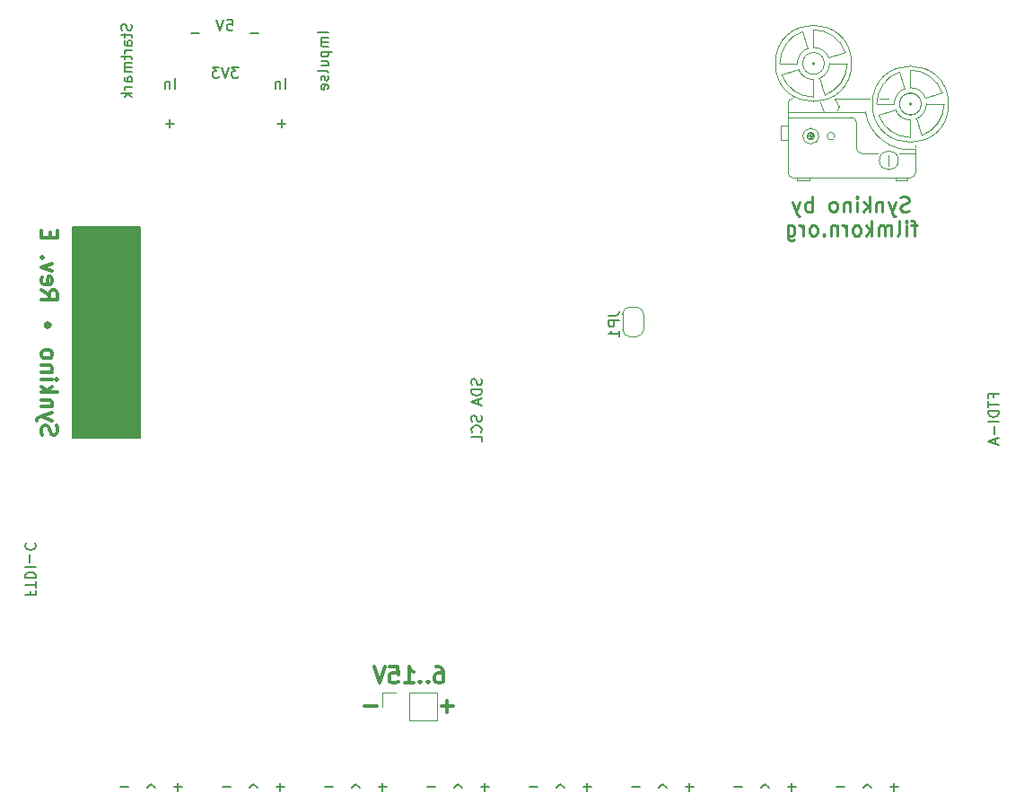
<source format=gbo>
G04 #@! TF.GenerationSoftware,KiCad,Pcbnew,7.0.9-43-g6331a0ab7a*
G04 #@! TF.CreationDate,2023-11-28T23:48:02+01:00*
G04 #@! TF.ProjectId,Synkino,53796e6b-696e-46f2-9e6b-696361645f70,rev?*
G04 #@! TF.SameCoordinates,Original*
G04 #@! TF.FileFunction,Legend,Bot*
G04 #@! TF.FilePolarity,Positive*
%FSLAX46Y46*%
G04 Gerber Fmt 4.6, Leading zero omitted, Abs format (unit mm)*
G04 Created by KiCad (PCBNEW 7.0.9-43-g6331a0ab7a) date 2023-11-28 23:48:02*
%MOMM*%
%LPD*%
G01*
G04 APERTURE LIST*
G04 Aperture macros list*
%AMFreePoly0*
4,1,19,0.500000,-0.750000,0.000000,-0.750000,0.000000,-0.744911,-0.071157,-0.744911,-0.207708,-0.704816,-0.327430,-0.627875,-0.420627,-0.520320,-0.479746,-0.390866,-0.500000,-0.250000,-0.500000,0.250000,-0.479746,0.390866,-0.420627,0.520320,-0.327430,0.627875,-0.207708,0.704816,-0.071157,0.744911,0.000000,0.744911,0.000000,0.750000,0.500000,0.750000,0.500000,-0.750000,0.500000,-0.750000,
$1*%
%AMFreePoly1*
4,1,19,0.000000,0.744911,0.071157,0.744911,0.207708,0.704816,0.327430,0.627875,0.420627,0.520320,0.479746,0.390866,0.500000,0.250000,0.500000,-0.250000,0.479746,-0.390866,0.420627,-0.520320,0.327430,-0.627875,0.207708,-0.704816,0.071157,-0.744911,0.000000,-0.744911,0.000000,-0.750000,-0.500000,-0.750000,-0.500000,0.750000,0.000000,0.750000,0.000000,0.744911,0.000000,0.744911,
$1*%
G04 Aperture macros list end*
%ADD10C,0.120000*%
%ADD11C,0.150000*%
%ADD12C,0.300000*%
%ADD13C,0.200000*%
%ADD14C,0.250000*%
%ADD15O,3.000000X2.000000*%
%ADD16O,1.700000X3.000000*%
%ADD17C,1.800000*%
%ADD18C,2.000000*%
%ADD19R,2.700000X3.700000*%
%ADD20C,1.524000*%
%ADD21R,1.700000X1.700000*%
%ADD22O,1.700000X1.700000*%
%ADD23R,1.500000X1.500000*%
%ADD24C,1.500000*%
%ADD25O,1.500000X2.500000*%
%ADD26O,2.500000X1.700000*%
%ADD27C,2.200000*%
%ADD28C,3.200000*%
%ADD29FreePoly0,90.000000*%
%ADD30FreePoly1,90.000000*%
G04 APERTURE END LIST*
D10*
X147888682Y-48319434D02*
X149453581Y-47791084D01*
X151951434Y-50231318D02*
G75*
G03*
X154051000Y-47244000I-1075434J2987318D01*
G01*
X142807434Y-46421318D02*
G75*
G03*
X144907000Y-43434000I-1075434J2987318D01*
G01*
X151003000Y-47244000D02*
G75*
G03*
X151003000Y-47244000I-127000J0D01*
G01*
X141351000Y-54483000D02*
X140208000Y-54483000D01*
X138744682Y-44509434D02*
G75*
G03*
X141732000Y-46609000I2987318J1075434D01*
G01*
X146624604Y-48000071D02*
G75*
G03*
X151384000Y-51561999I4251396J719971D01*
G01*
X149800566Y-44256682D02*
G75*
G03*
X147701000Y-47244000I1075434J-2987318D01*
G01*
X145324102Y-43434000D02*
G75*
G03*
X145324102Y-43434000I-3592102J0D01*
G01*
X151423084Y-48666419D02*
G75*
G03*
X152400000Y-47244000I-547084J1422419D01*
G01*
X142279084Y-44856419D02*
G75*
G03*
X143256000Y-43434000I-547084J1422419D01*
G01*
X152298419Y-46696916D02*
X153863318Y-46168566D01*
X149742026Y-52578000D02*
G75*
G03*
X149742026Y-52578000I-898026J0D01*
G01*
X141732000Y-41910000D02*
X141732000Y-40259000D01*
X141732000Y-46609000D02*
X141732000Y-44958000D01*
X143154419Y-42886916D02*
G75*
G03*
X141732000Y-41910000I-1422419J-547084D01*
G01*
X141478000Y-50292000D02*
X141478000Y-50292000D01*
X150622000Y-54483000D02*
X149479000Y-54483000D01*
X150908795Y-54228149D02*
G75*
G03*
X151370732Y-53714782I-53495J512649D01*
G01*
X147888682Y-48319434D02*
G75*
G03*
X150876000Y-50419000I2987318J1075434D01*
G01*
X144036410Y-47890046D02*
G75*
G03*
X144145000Y-47498000I-653410J392046D01*
G01*
X141184916Y-42011581D02*
X140656566Y-40446682D01*
X142748000Y-48006000D02*
X142367000Y-47117000D01*
X151951434Y-50231318D02*
X151423084Y-48666419D01*
X141837210Y-50292000D02*
G75*
G03*
X141837210Y-50292000I-359210J0D01*
G01*
X139319000Y-50673000D02*
X138684000Y-50673000D01*
X143256000Y-43434000D02*
X144907000Y-43434000D01*
X140208000Y-54483000D02*
X140208000Y-54229000D01*
X150876000Y-45720000D02*
X150876000Y-44069000D01*
X151384000Y-51562000D02*
X151384000Y-53721000D01*
X148844000Y-53086000D02*
X148844000Y-52070000D01*
X142218531Y-50292000D02*
G75*
G03*
X142218531Y-50292000I-740531J0D01*
G01*
X141859000Y-43434000D02*
G75*
G03*
X141859000Y-43434000I-127000J0D01*
G01*
X151899907Y-47280102D02*
G75*
G03*
X151899907Y-47280102I-1023907J0D01*
G01*
X153863318Y-46168566D02*
G75*
G03*
X150876000Y-44069000I-2987318J-1075434D01*
G01*
X138811000Y-49276000D02*
X139319000Y-49276000D01*
X145796000Y-49022000D02*
G75*
G03*
X145288000Y-48514000I-508000J0D01*
G01*
X140656566Y-40446682D02*
G75*
G03*
X138557000Y-43434000I1075434J-2987318D01*
G01*
X143742210Y-50292000D02*
G75*
G03*
X143742210Y-50292000I-359210J0D01*
G01*
X139319000Y-53721000D02*
G75*
G03*
X139827000Y-54229000I508000J0D01*
G01*
X144719318Y-42358566D02*
G75*
G03*
X141732000Y-40259000I-2987318J-1075434D01*
G01*
X143154419Y-42886916D02*
X144719318Y-42358566D01*
X152400000Y-47244000D02*
X154051000Y-47244000D01*
D11*
X71882000Y-58864500D02*
X78232000Y-58864500D01*
X78232000Y-78740000D01*
X71882000Y-78740000D01*
X71882000Y-58864500D01*
G36*
X71882000Y-58864500D02*
G01*
X78232000Y-58864500D01*
X78232000Y-78740000D01*
X71882000Y-78740000D01*
X71882000Y-58864500D01*
G37*
D10*
X151899907Y-47244000D02*
G75*
G03*
X151899907Y-47244000I-1023907J0D01*
G01*
X150876000Y-50419000D02*
X150876000Y-48768000D01*
X149453581Y-47791084D02*
G75*
G03*
X150876000Y-48768000I1422419J547084D01*
G01*
X147701000Y-47244000D02*
X149352000Y-47244000D01*
X151384000Y-51943000D02*
X149860000Y-51943000D01*
X145288000Y-48514000D02*
X139319000Y-48514000D01*
X141184916Y-42011581D02*
G75*
G03*
X140208000Y-43434000I547084J-1422419D01*
G01*
X138684000Y-50673000D02*
X138684000Y-49276000D01*
X138744682Y-44509434D02*
X140309581Y-43981084D01*
X138557000Y-43434000D02*
X140208000Y-43434000D01*
X138684000Y-49276000D02*
X139319000Y-49276000D01*
X142755907Y-43434000D02*
G75*
G03*
X142755907Y-43434000I-1023907J0D01*
G01*
X145796000Y-51435000D02*
G75*
G03*
X146304000Y-51943000I508000J0D01*
G01*
X141605000Y-50292000D02*
G75*
G03*
X141605000Y-50292000I-127000J0D01*
G01*
X144145000Y-47498000D02*
X143764000Y-46736000D01*
X140309581Y-43981084D02*
G75*
G03*
X141732000Y-44958000I1422419J547084D01*
G01*
X150622000Y-54229000D02*
X150622000Y-54483000D01*
X150876000Y-54229000D02*
X139827000Y-54229000D01*
X151384000Y-51181000D02*
X151384000Y-51308000D01*
X141351000Y-54229000D02*
X141351000Y-54483000D01*
X142807434Y-46421318D02*
X142279084Y-44856419D01*
X150328916Y-45821581D02*
X149800566Y-44256682D01*
X149479000Y-54483000D02*
X149479000Y-54229000D01*
X141761981Y-50292000D02*
G75*
G03*
X141761981Y-50292000I-283981J0D01*
G01*
X139827000Y-46736000D02*
G75*
G03*
X139319000Y-47244000I0J-508000D01*
G01*
X154468102Y-47280102D02*
G75*
G03*
X154468102Y-47280102I-3592102J0D01*
G01*
X141657605Y-50292000D02*
G75*
G03*
X141657605Y-50292000I-179605J0D01*
G01*
X139319000Y-53721000D02*
X139319000Y-47244000D01*
X145796000Y-51435000D02*
X145796000Y-49022000D01*
X148844000Y-46736000D02*
X147955000Y-46736000D01*
X152298419Y-46696916D02*
G75*
G03*
X150876000Y-45720000I-1422419J-547084D01*
G01*
X147828000Y-51943000D02*
X146304000Y-51943000D01*
X146558000Y-48006000D02*
X139319000Y-48006000D01*
X150328916Y-45821581D02*
G75*
G03*
X149352000Y-47244000I547084J-1422419D01*
G01*
X143764000Y-46736000D02*
X147066000Y-46736000D01*
D12*
X106616571Y-104119900D02*
X107759429Y-104119900D01*
X107188000Y-104691328D02*
X107188000Y-103548471D01*
X106131999Y-100397328D02*
X106417713Y-100397328D01*
X106417713Y-100397328D02*
X106560570Y-100468757D01*
X106560570Y-100468757D02*
X106631999Y-100540185D01*
X106631999Y-100540185D02*
X106774856Y-100754471D01*
X106774856Y-100754471D02*
X106846284Y-101040185D01*
X106846284Y-101040185D02*
X106846284Y-101611614D01*
X106846284Y-101611614D02*
X106774856Y-101754471D01*
X106774856Y-101754471D02*
X106703427Y-101825900D01*
X106703427Y-101825900D02*
X106560570Y-101897328D01*
X106560570Y-101897328D02*
X106274856Y-101897328D01*
X106274856Y-101897328D02*
X106131999Y-101825900D01*
X106131999Y-101825900D02*
X106060570Y-101754471D01*
X106060570Y-101754471D02*
X105989141Y-101611614D01*
X105989141Y-101611614D02*
X105989141Y-101254471D01*
X105989141Y-101254471D02*
X106060570Y-101111614D01*
X106060570Y-101111614D02*
X106131999Y-101040185D01*
X106131999Y-101040185D02*
X106274856Y-100968757D01*
X106274856Y-100968757D02*
X106560570Y-100968757D01*
X106560570Y-100968757D02*
X106703427Y-101040185D01*
X106703427Y-101040185D02*
X106774856Y-101111614D01*
X106774856Y-101111614D02*
X106846284Y-101254471D01*
X105346285Y-101754471D02*
X105274856Y-101825900D01*
X105274856Y-101825900D02*
X105346285Y-101897328D01*
X105346285Y-101897328D02*
X105417713Y-101825900D01*
X105417713Y-101825900D02*
X105346285Y-101754471D01*
X105346285Y-101754471D02*
X105346285Y-101897328D01*
X104631999Y-101754471D02*
X104560570Y-101825900D01*
X104560570Y-101825900D02*
X104631999Y-101897328D01*
X104631999Y-101897328D02*
X104703427Y-101825900D01*
X104703427Y-101825900D02*
X104631999Y-101754471D01*
X104631999Y-101754471D02*
X104631999Y-101897328D01*
X103131998Y-101897328D02*
X103989141Y-101897328D01*
X103560570Y-101897328D02*
X103560570Y-100397328D01*
X103560570Y-100397328D02*
X103703427Y-100611614D01*
X103703427Y-100611614D02*
X103846284Y-100754471D01*
X103846284Y-100754471D02*
X103989141Y-100825900D01*
X101774856Y-100397328D02*
X102489142Y-100397328D01*
X102489142Y-100397328D02*
X102560570Y-101111614D01*
X102560570Y-101111614D02*
X102489142Y-101040185D01*
X102489142Y-101040185D02*
X102346285Y-100968757D01*
X102346285Y-100968757D02*
X101989142Y-100968757D01*
X101989142Y-100968757D02*
X101846285Y-101040185D01*
X101846285Y-101040185D02*
X101774856Y-101111614D01*
X101774856Y-101111614D02*
X101703427Y-101254471D01*
X101703427Y-101254471D02*
X101703427Y-101611614D01*
X101703427Y-101611614D02*
X101774856Y-101754471D01*
X101774856Y-101754471D02*
X101846285Y-101825900D01*
X101846285Y-101825900D02*
X101989142Y-101897328D01*
X101989142Y-101897328D02*
X102346285Y-101897328D01*
X102346285Y-101897328D02*
X102489142Y-101825900D01*
X102489142Y-101825900D02*
X102560570Y-101754471D01*
X101274856Y-100397328D02*
X100774856Y-101897328D01*
X100774856Y-101897328D02*
X100274856Y-100397328D01*
X68989100Y-78476856D02*
X68917671Y-78262571D01*
X68917671Y-78262571D02*
X68917671Y-77905428D01*
X68917671Y-77905428D02*
X68989100Y-77762571D01*
X68989100Y-77762571D02*
X69060528Y-77691142D01*
X69060528Y-77691142D02*
X69203385Y-77619713D01*
X69203385Y-77619713D02*
X69346242Y-77619713D01*
X69346242Y-77619713D02*
X69489100Y-77691142D01*
X69489100Y-77691142D02*
X69560528Y-77762571D01*
X69560528Y-77762571D02*
X69631957Y-77905428D01*
X69631957Y-77905428D02*
X69703385Y-78191142D01*
X69703385Y-78191142D02*
X69774814Y-78333999D01*
X69774814Y-78333999D02*
X69846242Y-78405428D01*
X69846242Y-78405428D02*
X69989100Y-78476856D01*
X69989100Y-78476856D02*
X70131957Y-78476856D01*
X70131957Y-78476856D02*
X70274814Y-78405428D01*
X70274814Y-78405428D02*
X70346242Y-78333999D01*
X70346242Y-78333999D02*
X70417671Y-78191142D01*
X70417671Y-78191142D02*
X70417671Y-77833999D01*
X70417671Y-77833999D02*
X70346242Y-77619713D01*
X69917671Y-77119714D02*
X68917671Y-76762571D01*
X69917671Y-76405428D02*
X68917671Y-76762571D01*
X68917671Y-76762571D02*
X68560528Y-76905428D01*
X68560528Y-76905428D02*
X68489100Y-76976857D01*
X68489100Y-76976857D02*
X68417671Y-77119714D01*
X69917671Y-75834000D02*
X68917671Y-75834000D01*
X69774814Y-75834000D02*
X69846242Y-75762571D01*
X69846242Y-75762571D02*
X69917671Y-75619714D01*
X69917671Y-75619714D02*
X69917671Y-75405428D01*
X69917671Y-75405428D02*
X69846242Y-75262571D01*
X69846242Y-75262571D02*
X69703385Y-75191143D01*
X69703385Y-75191143D02*
X68917671Y-75191143D01*
X68917671Y-74476857D02*
X70417671Y-74476857D01*
X69489100Y-74334000D02*
X68917671Y-73905428D01*
X69917671Y-73905428D02*
X69346242Y-74476857D01*
X68917671Y-73262571D02*
X69917671Y-73262571D01*
X70417671Y-73262571D02*
X70346242Y-73333999D01*
X70346242Y-73333999D02*
X70274814Y-73262571D01*
X70274814Y-73262571D02*
X70346242Y-73191142D01*
X70346242Y-73191142D02*
X70417671Y-73262571D01*
X70417671Y-73262571D02*
X70274814Y-73262571D01*
X69917671Y-72548285D02*
X68917671Y-72548285D01*
X69774814Y-72548285D02*
X69846242Y-72476856D01*
X69846242Y-72476856D02*
X69917671Y-72333999D01*
X69917671Y-72333999D02*
X69917671Y-72119713D01*
X69917671Y-72119713D02*
X69846242Y-71976856D01*
X69846242Y-71976856D02*
X69703385Y-71905428D01*
X69703385Y-71905428D02*
X68917671Y-71905428D01*
X68917671Y-70976856D02*
X68989100Y-71119713D01*
X68989100Y-71119713D02*
X69060528Y-71191142D01*
X69060528Y-71191142D02*
X69203385Y-71262570D01*
X69203385Y-71262570D02*
X69631957Y-71262570D01*
X69631957Y-71262570D02*
X69774814Y-71191142D01*
X69774814Y-71191142D02*
X69846242Y-71119713D01*
X69846242Y-71119713D02*
X69917671Y-70976856D01*
X69917671Y-70976856D02*
X69917671Y-70762570D01*
X69917671Y-70762570D02*
X69846242Y-70619713D01*
X69846242Y-70619713D02*
X69774814Y-70548285D01*
X69774814Y-70548285D02*
X69631957Y-70476856D01*
X69631957Y-70476856D02*
X69203385Y-70476856D01*
X69203385Y-70476856D02*
X69060528Y-70548285D01*
X69060528Y-70548285D02*
X68989100Y-70619713D01*
X68989100Y-70619713D02*
X68917671Y-70762570D01*
X68917671Y-70762570D02*
X68917671Y-70976856D01*
X69631957Y-68262570D02*
X69346242Y-68262570D01*
X69346242Y-68191142D02*
X69631957Y-68191142D01*
X69703385Y-68119713D02*
X69274814Y-68119713D01*
X69346242Y-68048285D02*
X69631957Y-68048285D01*
X69631957Y-67976856D02*
X69346242Y-67976856D01*
X69417671Y-68262570D02*
X69274814Y-68119713D01*
X69274814Y-68119713D02*
X69417671Y-67976856D01*
X69560528Y-68262570D02*
X69703385Y-68119713D01*
X69703385Y-68119713D02*
X69560528Y-67976856D01*
X69631957Y-68262570D02*
X69703385Y-68119713D01*
X69703385Y-68119713D02*
X69631957Y-67976856D01*
X69631957Y-67976856D02*
X69489100Y-67905427D01*
X69489100Y-67905427D02*
X69346242Y-67976856D01*
X69346242Y-67976856D02*
X69274814Y-68119713D01*
X69274814Y-68119713D02*
X69346242Y-68262570D01*
X69346242Y-68262570D02*
X69489100Y-68333999D01*
X69489100Y-68333999D02*
X69631957Y-68262570D01*
X68917671Y-64833999D02*
X69631957Y-65333999D01*
X68917671Y-65691142D02*
X70417671Y-65691142D01*
X70417671Y-65691142D02*
X70417671Y-65119713D01*
X70417671Y-65119713D02*
X70346242Y-64976856D01*
X70346242Y-64976856D02*
X70274814Y-64905427D01*
X70274814Y-64905427D02*
X70131957Y-64833999D01*
X70131957Y-64833999D02*
X69917671Y-64833999D01*
X69917671Y-64833999D02*
X69774814Y-64905427D01*
X69774814Y-64905427D02*
X69703385Y-64976856D01*
X69703385Y-64976856D02*
X69631957Y-65119713D01*
X69631957Y-65119713D02*
X69631957Y-65691142D01*
X68989100Y-63619713D02*
X68917671Y-63762570D01*
X68917671Y-63762570D02*
X68917671Y-64048285D01*
X68917671Y-64048285D02*
X68989100Y-64191142D01*
X68989100Y-64191142D02*
X69131957Y-64262570D01*
X69131957Y-64262570D02*
X69703385Y-64262570D01*
X69703385Y-64262570D02*
X69846242Y-64191142D01*
X69846242Y-64191142D02*
X69917671Y-64048285D01*
X69917671Y-64048285D02*
X69917671Y-63762570D01*
X69917671Y-63762570D02*
X69846242Y-63619713D01*
X69846242Y-63619713D02*
X69703385Y-63548285D01*
X69703385Y-63548285D02*
X69560528Y-63548285D01*
X69560528Y-63548285D02*
X69417671Y-64262570D01*
X69917671Y-63048285D02*
X68917671Y-62691142D01*
X68917671Y-62691142D02*
X69917671Y-62333999D01*
X69060528Y-61762571D02*
X68989100Y-61691142D01*
X68989100Y-61691142D02*
X68917671Y-61762571D01*
X68917671Y-61762571D02*
X68989100Y-61833999D01*
X68989100Y-61833999D02*
X69060528Y-61762571D01*
X69060528Y-61762571D02*
X68917671Y-61762571D01*
X69703385Y-59905428D02*
X69703385Y-59405428D01*
X68917671Y-59191142D02*
X68917671Y-59905428D01*
X68917671Y-59905428D02*
X70417671Y-59905428D01*
X70417671Y-59905428D02*
X70417671Y-59191142D01*
D11*
X110389200Y-76660524D02*
X110436819Y-76803381D01*
X110436819Y-76803381D02*
X110436819Y-77041476D01*
X110436819Y-77041476D02*
X110389200Y-77136714D01*
X110389200Y-77136714D02*
X110341580Y-77184333D01*
X110341580Y-77184333D02*
X110246342Y-77231952D01*
X110246342Y-77231952D02*
X110151104Y-77231952D01*
X110151104Y-77231952D02*
X110055866Y-77184333D01*
X110055866Y-77184333D02*
X110008247Y-77136714D01*
X110008247Y-77136714D02*
X109960628Y-77041476D01*
X109960628Y-77041476D02*
X109913009Y-76851000D01*
X109913009Y-76851000D02*
X109865390Y-76755762D01*
X109865390Y-76755762D02*
X109817771Y-76708143D01*
X109817771Y-76708143D02*
X109722533Y-76660524D01*
X109722533Y-76660524D02*
X109627295Y-76660524D01*
X109627295Y-76660524D02*
X109532057Y-76708143D01*
X109532057Y-76708143D02*
X109484438Y-76755762D01*
X109484438Y-76755762D02*
X109436819Y-76851000D01*
X109436819Y-76851000D02*
X109436819Y-77089095D01*
X109436819Y-77089095D02*
X109484438Y-77231952D01*
X110341580Y-78231952D02*
X110389200Y-78184333D01*
X110389200Y-78184333D02*
X110436819Y-78041476D01*
X110436819Y-78041476D02*
X110436819Y-77946238D01*
X110436819Y-77946238D02*
X110389200Y-77803381D01*
X110389200Y-77803381D02*
X110293961Y-77708143D01*
X110293961Y-77708143D02*
X110198723Y-77660524D01*
X110198723Y-77660524D02*
X110008247Y-77612905D01*
X110008247Y-77612905D02*
X109865390Y-77612905D01*
X109865390Y-77612905D02*
X109674914Y-77660524D01*
X109674914Y-77660524D02*
X109579676Y-77708143D01*
X109579676Y-77708143D02*
X109484438Y-77803381D01*
X109484438Y-77803381D02*
X109436819Y-77946238D01*
X109436819Y-77946238D02*
X109436819Y-78041476D01*
X109436819Y-78041476D02*
X109484438Y-78184333D01*
X109484438Y-78184333D02*
X109532057Y-78231952D01*
X110436819Y-79136714D02*
X110436819Y-78660524D01*
X110436819Y-78660524D02*
X109436819Y-78660524D01*
X158681009Y-74938190D02*
X158681009Y-74604857D01*
X159204819Y-74604857D02*
X158204819Y-74604857D01*
X158204819Y-74604857D02*
X158204819Y-75081047D01*
X158204819Y-75319143D02*
X158204819Y-75890571D01*
X159204819Y-75604857D02*
X158204819Y-75604857D01*
X159204819Y-76223905D02*
X158204819Y-76223905D01*
X158204819Y-76223905D02*
X158204819Y-76462000D01*
X158204819Y-76462000D02*
X158252438Y-76604857D01*
X158252438Y-76604857D02*
X158347676Y-76700095D01*
X158347676Y-76700095D02*
X158442914Y-76747714D01*
X158442914Y-76747714D02*
X158633390Y-76795333D01*
X158633390Y-76795333D02*
X158776247Y-76795333D01*
X158776247Y-76795333D02*
X158966723Y-76747714D01*
X158966723Y-76747714D02*
X159061961Y-76700095D01*
X159061961Y-76700095D02*
X159157200Y-76604857D01*
X159157200Y-76604857D02*
X159204819Y-76462000D01*
X159204819Y-76462000D02*
X159204819Y-76223905D01*
X159204819Y-77223905D02*
X158204819Y-77223905D01*
X158823866Y-77700095D02*
X158823866Y-78462000D01*
X158919104Y-78890571D02*
X158919104Y-79366761D01*
X159204819Y-78795333D02*
X158204819Y-79128666D01*
X158204819Y-79128666D02*
X159204819Y-79461999D01*
X67886990Y-93281237D02*
X67886990Y-93614570D01*
X67363180Y-93614570D02*
X68363180Y-93614570D01*
X68363180Y-93614570D02*
X68363180Y-93138380D01*
X68363180Y-92900284D02*
X68363180Y-92328856D01*
X67363180Y-92614570D02*
X68363180Y-92614570D01*
X67363180Y-91995522D02*
X68363180Y-91995522D01*
X68363180Y-91995522D02*
X68363180Y-91757427D01*
X68363180Y-91757427D02*
X68315561Y-91614570D01*
X68315561Y-91614570D02*
X68220323Y-91519332D01*
X68220323Y-91519332D02*
X68125085Y-91471713D01*
X68125085Y-91471713D02*
X67934609Y-91424094D01*
X67934609Y-91424094D02*
X67791752Y-91424094D01*
X67791752Y-91424094D02*
X67601276Y-91471713D01*
X67601276Y-91471713D02*
X67506038Y-91519332D01*
X67506038Y-91519332D02*
X67410800Y-91614570D01*
X67410800Y-91614570D02*
X67363180Y-91757427D01*
X67363180Y-91757427D02*
X67363180Y-91995522D01*
X67363180Y-90995522D02*
X68363180Y-90995522D01*
X67744133Y-90519332D02*
X67744133Y-89757428D01*
X67458419Y-88709809D02*
X67410800Y-88757428D01*
X67410800Y-88757428D02*
X67363180Y-88900285D01*
X67363180Y-88900285D02*
X67363180Y-88995523D01*
X67363180Y-88995523D02*
X67410800Y-89138380D01*
X67410800Y-89138380D02*
X67506038Y-89233618D01*
X67506038Y-89233618D02*
X67601276Y-89281237D01*
X67601276Y-89281237D02*
X67791752Y-89328856D01*
X67791752Y-89328856D02*
X67934609Y-89328856D01*
X67934609Y-89328856D02*
X68125085Y-89281237D01*
X68125085Y-89281237D02*
X68220323Y-89233618D01*
X68220323Y-89233618D02*
X68315561Y-89138380D01*
X68315561Y-89138380D02*
X68363180Y-88995523D01*
X68363180Y-88995523D02*
X68363180Y-88900285D01*
X68363180Y-88900285D02*
X68315561Y-88757428D01*
X68315561Y-88757428D02*
X68267942Y-88709809D01*
X140080951Y-111706866D02*
X139319047Y-111706866D01*
X139699999Y-112087819D02*
X139699999Y-111325914D01*
X135000951Y-111706866D02*
X134239047Y-111706866D01*
X137540951Y-111756914D02*
X137159999Y-111471200D01*
X137159999Y-111471200D02*
X136779047Y-111756914D01*
X144652951Y-111706866D02*
X143891047Y-111706866D01*
X147192951Y-111756914D02*
X146811999Y-111471200D01*
X146811999Y-111471200D02*
X146431047Y-111756914D01*
X149732951Y-111706866D02*
X148971047Y-111706866D01*
X149351999Y-112087819D02*
X149351999Y-111325914D01*
X125348951Y-111706866D02*
X124587047Y-111706866D01*
X127888951Y-111756914D02*
X127507999Y-111471200D01*
X127507999Y-111471200D02*
X127127047Y-111756914D01*
X130428951Y-111706866D02*
X129667047Y-111706866D01*
X130047999Y-112087819D02*
X130047999Y-111325914D01*
X115696951Y-111706866D02*
X114935047Y-111706866D01*
X118236951Y-111756914D02*
X117855999Y-111471200D01*
X117855999Y-111471200D02*
X117475047Y-111756914D01*
X120776951Y-111706866D02*
X120015047Y-111706866D01*
X120395999Y-112087819D02*
X120395999Y-111325914D01*
X106044951Y-111706866D02*
X105283047Y-111706866D01*
X108584951Y-111756914D02*
X108203999Y-111471200D01*
X108203999Y-111471200D02*
X107823047Y-111756914D01*
X111124951Y-111706866D02*
X110363047Y-111706866D01*
X110743999Y-112087819D02*
X110743999Y-111325914D01*
X96392951Y-111706866D02*
X95631047Y-111706866D01*
X98932951Y-111756914D02*
X98551999Y-111471200D01*
X98551999Y-111471200D02*
X98171047Y-111756914D01*
X101472951Y-111706866D02*
X100711047Y-111706866D01*
X101091999Y-112087819D02*
X101091999Y-111325914D01*
X86740951Y-111706866D02*
X85979047Y-111706866D01*
X89280951Y-111756914D02*
X88899999Y-111471200D01*
X88899999Y-111471200D02*
X88519047Y-111756914D01*
X91820951Y-111706866D02*
X91059047Y-111706866D01*
X91439999Y-112087819D02*
X91439999Y-111325914D01*
X77088951Y-111706866D02*
X76327047Y-111706866D01*
X79628951Y-111756914D02*
X79247999Y-111471200D01*
X79247999Y-111471200D02*
X78867047Y-111756914D01*
X82168951Y-111706866D02*
X81407047Y-111706866D01*
X81787999Y-112087819D02*
X81787999Y-111325914D01*
X83819951Y-40586866D02*
X83058047Y-40586866D01*
X81478380Y-45793819D02*
X81478380Y-44793819D01*
X81002190Y-45127152D02*
X81002190Y-45793819D01*
X81002190Y-45222390D02*
X80954571Y-45174771D01*
X80954571Y-45174771D02*
X80859333Y-45127152D01*
X80859333Y-45127152D02*
X80716476Y-45127152D01*
X80716476Y-45127152D02*
X80621238Y-45174771D01*
X80621238Y-45174771D02*
X80573619Y-45270009D01*
X80573619Y-45270009D02*
X80573619Y-45793819D01*
X81406951Y-49095866D02*
X80645047Y-49095866D01*
X81025999Y-49476819D02*
X81025999Y-48714914D01*
X91892380Y-45793819D02*
X91892380Y-44793819D01*
X91416190Y-45127152D02*
X91416190Y-45793819D01*
X91416190Y-45222390D02*
X91368571Y-45174771D01*
X91368571Y-45174771D02*
X91273333Y-45127152D01*
X91273333Y-45127152D02*
X91130476Y-45127152D01*
X91130476Y-45127152D02*
X91035238Y-45174771D01*
X91035238Y-45174771D02*
X90987619Y-45270009D01*
X90987619Y-45270009D02*
X90987619Y-45793819D01*
X91947951Y-49095866D02*
X91186047Y-49095866D01*
X91566999Y-49476819D02*
X91566999Y-48714914D01*
X89407951Y-40586866D02*
X88646047Y-40586866D01*
D13*
X77366600Y-39727618D02*
X77414219Y-39870475D01*
X77414219Y-39870475D02*
X77414219Y-40108570D01*
X77414219Y-40108570D02*
X77366600Y-40203808D01*
X77366600Y-40203808D02*
X77318980Y-40251427D01*
X77318980Y-40251427D02*
X77223742Y-40299046D01*
X77223742Y-40299046D02*
X77128504Y-40299046D01*
X77128504Y-40299046D02*
X77033266Y-40251427D01*
X77033266Y-40251427D02*
X76985647Y-40203808D01*
X76985647Y-40203808D02*
X76938028Y-40108570D01*
X76938028Y-40108570D02*
X76890409Y-39918094D01*
X76890409Y-39918094D02*
X76842790Y-39822856D01*
X76842790Y-39822856D02*
X76795171Y-39775237D01*
X76795171Y-39775237D02*
X76699933Y-39727618D01*
X76699933Y-39727618D02*
X76604695Y-39727618D01*
X76604695Y-39727618D02*
X76509457Y-39775237D01*
X76509457Y-39775237D02*
X76461838Y-39822856D01*
X76461838Y-39822856D02*
X76414219Y-39918094D01*
X76414219Y-39918094D02*
X76414219Y-40156189D01*
X76414219Y-40156189D02*
X76461838Y-40299046D01*
X76747552Y-40584761D02*
X76747552Y-40965713D01*
X76414219Y-40727618D02*
X77271361Y-40727618D01*
X77271361Y-40727618D02*
X77366600Y-40775237D01*
X77366600Y-40775237D02*
X77414219Y-40870475D01*
X77414219Y-40870475D02*
X77414219Y-40965713D01*
X77414219Y-41727618D02*
X76890409Y-41727618D01*
X76890409Y-41727618D02*
X76795171Y-41679999D01*
X76795171Y-41679999D02*
X76747552Y-41584761D01*
X76747552Y-41584761D02*
X76747552Y-41394285D01*
X76747552Y-41394285D02*
X76795171Y-41299047D01*
X77366600Y-41727618D02*
X77414219Y-41632380D01*
X77414219Y-41632380D02*
X77414219Y-41394285D01*
X77414219Y-41394285D02*
X77366600Y-41299047D01*
X77366600Y-41299047D02*
X77271361Y-41251428D01*
X77271361Y-41251428D02*
X77176123Y-41251428D01*
X77176123Y-41251428D02*
X77080885Y-41299047D01*
X77080885Y-41299047D02*
X77033266Y-41394285D01*
X77033266Y-41394285D02*
X77033266Y-41632380D01*
X77033266Y-41632380D02*
X76985647Y-41727618D01*
X77414219Y-42203809D02*
X76747552Y-42203809D01*
X76938028Y-42203809D02*
X76842790Y-42251428D01*
X76842790Y-42251428D02*
X76795171Y-42299047D01*
X76795171Y-42299047D02*
X76747552Y-42394285D01*
X76747552Y-42394285D02*
X76747552Y-42489523D01*
X76747552Y-42680000D02*
X76747552Y-43060952D01*
X76414219Y-42822857D02*
X77271361Y-42822857D01*
X77271361Y-42822857D02*
X77366600Y-42870476D01*
X77366600Y-42870476D02*
X77414219Y-42965714D01*
X77414219Y-42965714D02*
X77414219Y-43060952D01*
X77414219Y-43394286D02*
X76747552Y-43394286D01*
X76842790Y-43394286D02*
X76795171Y-43441905D01*
X76795171Y-43441905D02*
X76747552Y-43537143D01*
X76747552Y-43537143D02*
X76747552Y-43680000D01*
X76747552Y-43680000D02*
X76795171Y-43775238D01*
X76795171Y-43775238D02*
X76890409Y-43822857D01*
X76890409Y-43822857D02*
X77414219Y-43822857D01*
X76890409Y-43822857D02*
X76795171Y-43870476D01*
X76795171Y-43870476D02*
X76747552Y-43965714D01*
X76747552Y-43965714D02*
X76747552Y-44108571D01*
X76747552Y-44108571D02*
X76795171Y-44203810D01*
X76795171Y-44203810D02*
X76890409Y-44251429D01*
X76890409Y-44251429D02*
X77414219Y-44251429D01*
X77414219Y-45156190D02*
X76890409Y-45156190D01*
X76890409Y-45156190D02*
X76795171Y-45108571D01*
X76795171Y-45108571D02*
X76747552Y-45013333D01*
X76747552Y-45013333D02*
X76747552Y-44822857D01*
X76747552Y-44822857D02*
X76795171Y-44727619D01*
X77366600Y-45156190D02*
X77414219Y-45060952D01*
X77414219Y-45060952D02*
X77414219Y-44822857D01*
X77414219Y-44822857D02*
X77366600Y-44727619D01*
X77366600Y-44727619D02*
X77271361Y-44680000D01*
X77271361Y-44680000D02*
X77176123Y-44680000D01*
X77176123Y-44680000D02*
X77080885Y-44727619D01*
X77080885Y-44727619D02*
X77033266Y-44822857D01*
X77033266Y-44822857D02*
X77033266Y-45060952D01*
X77033266Y-45060952D02*
X76985647Y-45156190D01*
X77414219Y-45632381D02*
X76747552Y-45632381D01*
X76938028Y-45632381D02*
X76842790Y-45680000D01*
X76842790Y-45680000D02*
X76795171Y-45727619D01*
X76795171Y-45727619D02*
X76747552Y-45822857D01*
X76747552Y-45822857D02*
X76747552Y-45918095D01*
X77414219Y-46251429D02*
X76414219Y-46251429D01*
X77033266Y-46346667D02*
X77414219Y-46632381D01*
X76747552Y-46632381D02*
X77128504Y-46251429D01*
X95956219Y-40513333D02*
X94956219Y-40513333D01*
X95956219Y-40989523D02*
X95289552Y-40989523D01*
X95384790Y-40989523D02*
X95337171Y-41037142D01*
X95337171Y-41037142D02*
X95289552Y-41132380D01*
X95289552Y-41132380D02*
X95289552Y-41275237D01*
X95289552Y-41275237D02*
X95337171Y-41370475D01*
X95337171Y-41370475D02*
X95432409Y-41418094D01*
X95432409Y-41418094D02*
X95956219Y-41418094D01*
X95432409Y-41418094D02*
X95337171Y-41465713D01*
X95337171Y-41465713D02*
X95289552Y-41560951D01*
X95289552Y-41560951D02*
X95289552Y-41703808D01*
X95289552Y-41703808D02*
X95337171Y-41799047D01*
X95337171Y-41799047D02*
X95432409Y-41846666D01*
X95432409Y-41846666D02*
X95956219Y-41846666D01*
X95289552Y-42322856D02*
X96289552Y-42322856D01*
X95337171Y-42322856D02*
X95289552Y-42418094D01*
X95289552Y-42418094D02*
X95289552Y-42608570D01*
X95289552Y-42608570D02*
X95337171Y-42703808D01*
X95337171Y-42703808D02*
X95384790Y-42751427D01*
X95384790Y-42751427D02*
X95480028Y-42799046D01*
X95480028Y-42799046D02*
X95765742Y-42799046D01*
X95765742Y-42799046D02*
X95860980Y-42751427D01*
X95860980Y-42751427D02*
X95908600Y-42703808D01*
X95908600Y-42703808D02*
X95956219Y-42608570D01*
X95956219Y-42608570D02*
X95956219Y-42418094D01*
X95956219Y-42418094D02*
X95908600Y-42322856D01*
X95289552Y-43656189D02*
X95956219Y-43656189D01*
X95289552Y-43227618D02*
X95813361Y-43227618D01*
X95813361Y-43227618D02*
X95908600Y-43275237D01*
X95908600Y-43275237D02*
X95956219Y-43370475D01*
X95956219Y-43370475D02*
X95956219Y-43513332D01*
X95956219Y-43513332D02*
X95908600Y-43608570D01*
X95908600Y-43608570D02*
X95860980Y-43656189D01*
X95956219Y-44275237D02*
X95908600Y-44179999D01*
X95908600Y-44179999D02*
X95813361Y-44132380D01*
X95813361Y-44132380D02*
X94956219Y-44132380D01*
X95908600Y-44608571D02*
X95956219Y-44703809D01*
X95956219Y-44703809D02*
X95956219Y-44894285D01*
X95956219Y-44894285D02*
X95908600Y-44989523D01*
X95908600Y-44989523D02*
X95813361Y-45037142D01*
X95813361Y-45037142D02*
X95765742Y-45037142D01*
X95765742Y-45037142D02*
X95670504Y-44989523D01*
X95670504Y-44989523D02*
X95622885Y-44894285D01*
X95622885Y-44894285D02*
X95622885Y-44751428D01*
X95622885Y-44751428D02*
X95575266Y-44656190D01*
X95575266Y-44656190D02*
X95480028Y-44608571D01*
X95480028Y-44608571D02*
X95432409Y-44608571D01*
X95432409Y-44608571D02*
X95337171Y-44656190D01*
X95337171Y-44656190D02*
X95289552Y-44751428D01*
X95289552Y-44751428D02*
X95289552Y-44894285D01*
X95289552Y-44894285D02*
X95337171Y-44989523D01*
X95908600Y-45846666D02*
X95956219Y-45751428D01*
X95956219Y-45751428D02*
X95956219Y-45560952D01*
X95956219Y-45560952D02*
X95908600Y-45465714D01*
X95908600Y-45465714D02*
X95813361Y-45418095D01*
X95813361Y-45418095D02*
X95432409Y-45418095D01*
X95432409Y-45418095D02*
X95337171Y-45465714D01*
X95337171Y-45465714D02*
X95289552Y-45560952D01*
X95289552Y-45560952D02*
X95289552Y-45751428D01*
X95289552Y-45751428D02*
X95337171Y-45846666D01*
X95337171Y-45846666D02*
X95432409Y-45894285D01*
X95432409Y-45894285D02*
X95527647Y-45894285D01*
X95527647Y-45894285D02*
X95622885Y-45418095D01*
X86423476Y-39330219D02*
X86899666Y-39330219D01*
X86899666Y-39330219D02*
X86947285Y-39806409D01*
X86947285Y-39806409D02*
X86899666Y-39758790D01*
X86899666Y-39758790D02*
X86804428Y-39711171D01*
X86804428Y-39711171D02*
X86566333Y-39711171D01*
X86566333Y-39711171D02*
X86471095Y-39758790D01*
X86471095Y-39758790D02*
X86423476Y-39806409D01*
X86423476Y-39806409D02*
X86375857Y-39901647D01*
X86375857Y-39901647D02*
X86375857Y-40139742D01*
X86375857Y-40139742D02*
X86423476Y-40234980D01*
X86423476Y-40234980D02*
X86471095Y-40282600D01*
X86471095Y-40282600D02*
X86566333Y-40330219D01*
X86566333Y-40330219D02*
X86804428Y-40330219D01*
X86804428Y-40330219D02*
X86899666Y-40282600D01*
X86899666Y-40282600D02*
X86947285Y-40234980D01*
X86090142Y-39330219D02*
X85756809Y-40330219D01*
X85756809Y-40330219D02*
X85423476Y-39330219D01*
X87471094Y-43775219D02*
X86852047Y-43775219D01*
X86852047Y-43775219D02*
X87185380Y-44156171D01*
X87185380Y-44156171D02*
X87042523Y-44156171D01*
X87042523Y-44156171D02*
X86947285Y-44203790D01*
X86947285Y-44203790D02*
X86899666Y-44251409D01*
X86899666Y-44251409D02*
X86852047Y-44346647D01*
X86852047Y-44346647D02*
X86852047Y-44584742D01*
X86852047Y-44584742D02*
X86899666Y-44679980D01*
X86899666Y-44679980D02*
X86947285Y-44727600D01*
X86947285Y-44727600D02*
X87042523Y-44775219D01*
X87042523Y-44775219D02*
X87328237Y-44775219D01*
X87328237Y-44775219D02*
X87423475Y-44727600D01*
X87423475Y-44727600D02*
X87471094Y-44679980D01*
X86566332Y-43775219D02*
X86232999Y-44775219D01*
X86232999Y-44775219D02*
X85899666Y-43775219D01*
X85661570Y-43775219D02*
X85042523Y-43775219D01*
X85042523Y-43775219D02*
X85375856Y-44156171D01*
X85375856Y-44156171D02*
X85232999Y-44156171D01*
X85232999Y-44156171D02*
X85137761Y-44203790D01*
X85137761Y-44203790D02*
X85090142Y-44251409D01*
X85090142Y-44251409D02*
X85042523Y-44346647D01*
X85042523Y-44346647D02*
X85042523Y-44584742D01*
X85042523Y-44584742D02*
X85090142Y-44679980D01*
X85090142Y-44679980D02*
X85137761Y-44727600D01*
X85137761Y-44727600D02*
X85232999Y-44775219D01*
X85232999Y-44775219D02*
X85518713Y-44775219D01*
X85518713Y-44775219D02*
X85613951Y-44727600D01*
X85613951Y-44727600D02*
X85661570Y-44679980D01*
D12*
X99377571Y-104119900D02*
X100520429Y-104119900D01*
D14*
X150721334Y-57353000D02*
X150521334Y-57419666D01*
X150521334Y-57419666D02*
X150188001Y-57419666D01*
X150188001Y-57419666D02*
X150054667Y-57353000D01*
X150054667Y-57353000D02*
X149988001Y-57286333D01*
X149988001Y-57286333D02*
X149921334Y-57153000D01*
X149921334Y-57153000D02*
X149921334Y-57019666D01*
X149921334Y-57019666D02*
X149988001Y-56886333D01*
X149988001Y-56886333D02*
X150054667Y-56819666D01*
X150054667Y-56819666D02*
X150188001Y-56753000D01*
X150188001Y-56753000D02*
X150454667Y-56686333D01*
X150454667Y-56686333D02*
X150588001Y-56619666D01*
X150588001Y-56619666D02*
X150654667Y-56553000D01*
X150654667Y-56553000D02*
X150721334Y-56419666D01*
X150721334Y-56419666D02*
X150721334Y-56286333D01*
X150721334Y-56286333D02*
X150654667Y-56153000D01*
X150654667Y-56153000D02*
X150588001Y-56086333D01*
X150588001Y-56086333D02*
X150454667Y-56019666D01*
X150454667Y-56019666D02*
X150121334Y-56019666D01*
X150121334Y-56019666D02*
X149921334Y-56086333D01*
X149454668Y-56486333D02*
X149121334Y-57419666D01*
X148788001Y-56486333D02*
X149121334Y-57419666D01*
X149121334Y-57419666D02*
X149254668Y-57753000D01*
X149254668Y-57753000D02*
X149321334Y-57819666D01*
X149321334Y-57819666D02*
X149454668Y-57886333D01*
X148254667Y-56486333D02*
X148254667Y-57419666D01*
X148254667Y-56619666D02*
X148188001Y-56553000D01*
X148188001Y-56553000D02*
X148054667Y-56486333D01*
X148054667Y-56486333D02*
X147854667Y-56486333D01*
X147854667Y-56486333D02*
X147721334Y-56553000D01*
X147721334Y-56553000D02*
X147654667Y-56686333D01*
X147654667Y-56686333D02*
X147654667Y-57419666D01*
X146988000Y-57419666D02*
X146988000Y-56019666D01*
X146854667Y-56886333D02*
X146454667Y-57419666D01*
X146454667Y-56486333D02*
X146988000Y-57019666D01*
X145854667Y-57419666D02*
X145854667Y-56486333D01*
X145854667Y-56019666D02*
X145921334Y-56086333D01*
X145921334Y-56086333D02*
X145854667Y-56153000D01*
X145854667Y-56153000D02*
X145788001Y-56086333D01*
X145788001Y-56086333D02*
X145854667Y-56019666D01*
X145854667Y-56019666D02*
X145854667Y-56153000D01*
X145188000Y-56486333D02*
X145188000Y-57419666D01*
X145188000Y-56619666D02*
X145121334Y-56553000D01*
X145121334Y-56553000D02*
X144988000Y-56486333D01*
X144988000Y-56486333D02*
X144788000Y-56486333D01*
X144788000Y-56486333D02*
X144654667Y-56553000D01*
X144654667Y-56553000D02*
X144588000Y-56686333D01*
X144588000Y-56686333D02*
X144588000Y-57419666D01*
X143721333Y-57419666D02*
X143854667Y-57353000D01*
X143854667Y-57353000D02*
X143921333Y-57286333D01*
X143921333Y-57286333D02*
X143988000Y-57153000D01*
X143988000Y-57153000D02*
X143988000Y-56753000D01*
X143988000Y-56753000D02*
X143921333Y-56619666D01*
X143921333Y-56619666D02*
X143854667Y-56553000D01*
X143854667Y-56553000D02*
X143721333Y-56486333D01*
X143721333Y-56486333D02*
X143521333Y-56486333D01*
X143521333Y-56486333D02*
X143388000Y-56553000D01*
X143388000Y-56553000D02*
X143321333Y-56619666D01*
X143321333Y-56619666D02*
X143254667Y-56753000D01*
X143254667Y-56753000D02*
X143254667Y-57153000D01*
X143254667Y-57153000D02*
X143321333Y-57286333D01*
X143321333Y-57286333D02*
X143388000Y-57353000D01*
X143388000Y-57353000D02*
X143521333Y-57419666D01*
X143521333Y-57419666D02*
X143721333Y-57419666D01*
X141587999Y-57419666D02*
X141587999Y-56019666D01*
X141587999Y-56553000D02*
X141454666Y-56486333D01*
X141454666Y-56486333D02*
X141187999Y-56486333D01*
X141187999Y-56486333D02*
X141054666Y-56553000D01*
X141054666Y-56553000D02*
X140987999Y-56619666D01*
X140987999Y-56619666D02*
X140921333Y-56753000D01*
X140921333Y-56753000D02*
X140921333Y-57153000D01*
X140921333Y-57153000D02*
X140987999Y-57286333D01*
X140987999Y-57286333D02*
X141054666Y-57353000D01*
X141054666Y-57353000D02*
X141187999Y-57419666D01*
X141187999Y-57419666D02*
X141454666Y-57419666D01*
X141454666Y-57419666D02*
X141587999Y-57353000D01*
X140454666Y-56486333D02*
X140121332Y-57419666D01*
X139787999Y-56486333D02*
X140121332Y-57419666D01*
X140121332Y-57419666D02*
X140254666Y-57753000D01*
X140254666Y-57753000D02*
X140321332Y-57819666D01*
X140321332Y-57819666D02*
X140454666Y-57886333D01*
X151488000Y-58740333D02*
X150954667Y-58740333D01*
X151288000Y-59673666D02*
X151288000Y-58473666D01*
X151288000Y-58473666D02*
X151221334Y-58340333D01*
X151221334Y-58340333D02*
X151088000Y-58273666D01*
X151088000Y-58273666D02*
X150954667Y-58273666D01*
X150488000Y-59673666D02*
X150488000Y-58740333D01*
X150488000Y-58273666D02*
X150554667Y-58340333D01*
X150554667Y-58340333D02*
X150488000Y-58407000D01*
X150488000Y-58407000D02*
X150421334Y-58340333D01*
X150421334Y-58340333D02*
X150488000Y-58273666D01*
X150488000Y-58273666D02*
X150488000Y-58407000D01*
X149621333Y-59673666D02*
X149754667Y-59607000D01*
X149754667Y-59607000D02*
X149821333Y-59473666D01*
X149821333Y-59473666D02*
X149821333Y-58273666D01*
X149088000Y-59673666D02*
X149088000Y-58740333D01*
X149088000Y-58873666D02*
X149021334Y-58807000D01*
X149021334Y-58807000D02*
X148888000Y-58740333D01*
X148888000Y-58740333D02*
X148688000Y-58740333D01*
X148688000Y-58740333D02*
X148554667Y-58807000D01*
X148554667Y-58807000D02*
X148488000Y-58940333D01*
X148488000Y-58940333D02*
X148488000Y-59673666D01*
X148488000Y-58940333D02*
X148421334Y-58807000D01*
X148421334Y-58807000D02*
X148288000Y-58740333D01*
X148288000Y-58740333D02*
X148088000Y-58740333D01*
X148088000Y-58740333D02*
X147954667Y-58807000D01*
X147954667Y-58807000D02*
X147888000Y-58940333D01*
X147888000Y-58940333D02*
X147888000Y-59673666D01*
X147221333Y-59673666D02*
X147221333Y-58273666D01*
X147088000Y-59140333D02*
X146688000Y-59673666D01*
X146688000Y-58740333D02*
X147221333Y-59273666D01*
X145888000Y-59673666D02*
X146021334Y-59607000D01*
X146021334Y-59607000D02*
X146088000Y-59540333D01*
X146088000Y-59540333D02*
X146154667Y-59407000D01*
X146154667Y-59407000D02*
X146154667Y-59007000D01*
X146154667Y-59007000D02*
X146088000Y-58873666D01*
X146088000Y-58873666D02*
X146021334Y-58807000D01*
X146021334Y-58807000D02*
X145888000Y-58740333D01*
X145888000Y-58740333D02*
X145688000Y-58740333D01*
X145688000Y-58740333D02*
X145554667Y-58807000D01*
X145554667Y-58807000D02*
X145488000Y-58873666D01*
X145488000Y-58873666D02*
X145421334Y-59007000D01*
X145421334Y-59007000D02*
X145421334Y-59407000D01*
X145421334Y-59407000D02*
X145488000Y-59540333D01*
X145488000Y-59540333D02*
X145554667Y-59607000D01*
X145554667Y-59607000D02*
X145688000Y-59673666D01*
X145688000Y-59673666D02*
X145888000Y-59673666D01*
X144821333Y-59673666D02*
X144821333Y-58740333D01*
X144821333Y-59007000D02*
X144754667Y-58873666D01*
X144754667Y-58873666D02*
X144688000Y-58807000D01*
X144688000Y-58807000D02*
X144554667Y-58740333D01*
X144554667Y-58740333D02*
X144421333Y-58740333D01*
X143954666Y-58740333D02*
X143954666Y-59673666D01*
X143954666Y-58873666D02*
X143888000Y-58807000D01*
X143888000Y-58807000D02*
X143754666Y-58740333D01*
X143754666Y-58740333D02*
X143554666Y-58740333D01*
X143554666Y-58740333D02*
X143421333Y-58807000D01*
X143421333Y-58807000D02*
X143354666Y-58940333D01*
X143354666Y-58940333D02*
X143354666Y-59673666D01*
X142687999Y-59540333D02*
X142621333Y-59607000D01*
X142621333Y-59607000D02*
X142687999Y-59673666D01*
X142687999Y-59673666D02*
X142754666Y-59607000D01*
X142754666Y-59607000D02*
X142687999Y-59540333D01*
X142687999Y-59540333D02*
X142687999Y-59673666D01*
X141821332Y-59673666D02*
X141954666Y-59607000D01*
X141954666Y-59607000D02*
X142021332Y-59540333D01*
X142021332Y-59540333D02*
X142087999Y-59407000D01*
X142087999Y-59407000D02*
X142087999Y-59007000D01*
X142087999Y-59007000D02*
X142021332Y-58873666D01*
X142021332Y-58873666D02*
X141954666Y-58807000D01*
X141954666Y-58807000D02*
X141821332Y-58740333D01*
X141821332Y-58740333D02*
X141621332Y-58740333D01*
X141621332Y-58740333D02*
X141487999Y-58807000D01*
X141487999Y-58807000D02*
X141421332Y-58873666D01*
X141421332Y-58873666D02*
X141354666Y-59007000D01*
X141354666Y-59007000D02*
X141354666Y-59407000D01*
X141354666Y-59407000D02*
X141421332Y-59540333D01*
X141421332Y-59540333D02*
X141487999Y-59607000D01*
X141487999Y-59607000D02*
X141621332Y-59673666D01*
X141621332Y-59673666D02*
X141821332Y-59673666D01*
X140754665Y-59673666D02*
X140754665Y-58740333D01*
X140754665Y-59007000D02*
X140687999Y-58873666D01*
X140687999Y-58873666D02*
X140621332Y-58807000D01*
X140621332Y-58807000D02*
X140487999Y-58740333D01*
X140487999Y-58740333D02*
X140354665Y-58740333D01*
X139287998Y-58740333D02*
X139287998Y-59873666D01*
X139287998Y-59873666D02*
X139354665Y-60007000D01*
X139354665Y-60007000D02*
X139421332Y-60073666D01*
X139421332Y-60073666D02*
X139554665Y-60140333D01*
X139554665Y-60140333D02*
X139754665Y-60140333D01*
X139754665Y-60140333D02*
X139887998Y-60073666D01*
X139287998Y-59607000D02*
X139421332Y-59673666D01*
X139421332Y-59673666D02*
X139687998Y-59673666D01*
X139687998Y-59673666D02*
X139821332Y-59607000D01*
X139821332Y-59607000D02*
X139887998Y-59540333D01*
X139887998Y-59540333D02*
X139954665Y-59407000D01*
X139954665Y-59407000D02*
X139954665Y-59007000D01*
X139954665Y-59007000D02*
X139887998Y-58873666D01*
X139887998Y-58873666D02*
X139821332Y-58807000D01*
X139821332Y-58807000D02*
X139687998Y-58740333D01*
X139687998Y-58740333D02*
X139421332Y-58740333D01*
X139421332Y-58740333D02*
X139287998Y-58807000D01*
D11*
X110389200Y-73207714D02*
X110436819Y-73350571D01*
X110436819Y-73350571D02*
X110436819Y-73588666D01*
X110436819Y-73588666D02*
X110389200Y-73683904D01*
X110389200Y-73683904D02*
X110341580Y-73731523D01*
X110341580Y-73731523D02*
X110246342Y-73779142D01*
X110246342Y-73779142D02*
X110151104Y-73779142D01*
X110151104Y-73779142D02*
X110055866Y-73731523D01*
X110055866Y-73731523D02*
X110008247Y-73683904D01*
X110008247Y-73683904D02*
X109960628Y-73588666D01*
X109960628Y-73588666D02*
X109913009Y-73398190D01*
X109913009Y-73398190D02*
X109865390Y-73302952D01*
X109865390Y-73302952D02*
X109817771Y-73255333D01*
X109817771Y-73255333D02*
X109722533Y-73207714D01*
X109722533Y-73207714D02*
X109627295Y-73207714D01*
X109627295Y-73207714D02*
X109532057Y-73255333D01*
X109532057Y-73255333D02*
X109484438Y-73302952D01*
X109484438Y-73302952D02*
X109436819Y-73398190D01*
X109436819Y-73398190D02*
X109436819Y-73636285D01*
X109436819Y-73636285D02*
X109484438Y-73779142D01*
X110436819Y-74207714D02*
X109436819Y-74207714D01*
X109436819Y-74207714D02*
X109436819Y-74445809D01*
X109436819Y-74445809D02*
X109484438Y-74588666D01*
X109484438Y-74588666D02*
X109579676Y-74683904D01*
X109579676Y-74683904D02*
X109674914Y-74731523D01*
X109674914Y-74731523D02*
X109865390Y-74779142D01*
X109865390Y-74779142D02*
X110008247Y-74779142D01*
X110008247Y-74779142D02*
X110198723Y-74731523D01*
X110198723Y-74731523D02*
X110293961Y-74683904D01*
X110293961Y-74683904D02*
X110389200Y-74588666D01*
X110389200Y-74588666D02*
X110436819Y-74445809D01*
X110436819Y-74445809D02*
X110436819Y-74207714D01*
X110151104Y-75160095D02*
X110151104Y-75636285D01*
X110436819Y-75064857D02*
X109436819Y-75398190D01*
X109436819Y-75398190D02*
X110436819Y-75731523D01*
X122390819Y-67238666D02*
X123105104Y-67238666D01*
X123105104Y-67238666D02*
X123247961Y-67191047D01*
X123247961Y-67191047D02*
X123343200Y-67095809D01*
X123343200Y-67095809D02*
X123390819Y-66952952D01*
X123390819Y-66952952D02*
X123390819Y-66857714D01*
X123390819Y-67714857D02*
X122390819Y-67714857D01*
X122390819Y-67714857D02*
X122390819Y-68095809D01*
X122390819Y-68095809D02*
X122438438Y-68191047D01*
X122438438Y-68191047D02*
X122486057Y-68238666D01*
X122486057Y-68238666D02*
X122581295Y-68286285D01*
X122581295Y-68286285D02*
X122724152Y-68286285D01*
X122724152Y-68286285D02*
X122819390Y-68238666D01*
X122819390Y-68238666D02*
X122867009Y-68191047D01*
X122867009Y-68191047D02*
X122914628Y-68095809D01*
X122914628Y-68095809D02*
X122914628Y-67714857D01*
X123390819Y-69238666D02*
X123390819Y-68667238D01*
X123390819Y-68952952D02*
X122390819Y-68952952D01*
X122390819Y-68952952D02*
X122533676Y-68857714D01*
X122533676Y-68857714D02*
X122628914Y-68762476D01*
X122628914Y-68762476D02*
X122676533Y-68667238D01*
D10*
X106227000Y-102810000D02*
X106227000Y-105470000D01*
X103627000Y-102810000D02*
X106227000Y-102810000D01*
X103627000Y-102810000D02*
X103627000Y-105470000D01*
X102357000Y-102810000D02*
X101027000Y-102810000D01*
X101027000Y-102810000D02*
X101027000Y-104140000D01*
X103627000Y-105470000D02*
X106227000Y-105470000D01*
X124414000Y-69218000D02*
X125014000Y-69218000D01*
X125714000Y-68518000D02*
X125714000Y-67118000D01*
X123714000Y-67118000D02*
X123714000Y-68518000D01*
X125014000Y-66418000D02*
X124414000Y-66418000D01*
X123714000Y-68518000D02*
G75*
G03*
X124414000Y-69218000I699999J-1D01*
G01*
X125014000Y-69218000D02*
G75*
G03*
X125714000Y-68518000I1J699999D01*
G01*
X124414000Y-66418000D02*
G75*
G03*
X123714000Y-67118000I0J-700000D01*
G01*
X125714000Y-67118000D02*
G75*
G03*
X125014000Y-66418000I-700000J0D01*
G01*
%LPC*%
X166260873Y-53131488D02*
G75*
G03*
X164846000Y-55245000I871127J-2113512D01*
G01*
X169515772Y-54367943D02*
G75*
G03*
X167132000Y-52705000I-2383772J-877057D01*
G01*
X164883829Y-56121525D02*
G75*
G03*
X167132000Y-57658000I2248171J876525D01*
G01*
X167882459Y-56995953D02*
G75*
G03*
X169037000Y-55245000I-750459J1750953D01*
G01*
X177935906Y-58417822D02*
G75*
G03*
X176276000Y-57277000I-1659906J-637178D01*
G01*
X166377381Y-53358317D02*
G75*
G03*
X165100000Y-55245000I754619J-1886683D01*
G01*
X168656220Y-54610528D02*
G75*
G03*
X167132000Y-53594000I-1524220J-634472D01*
G01*
X166381541Y-53494047D02*
G75*
G03*
X165227000Y-55245000I750459J-1750953D01*
G01*
X174525047Y-59805459D02*
G75*
G03*
X176276000Y-60960000I1750953J750459D01*
G01*
X167769178Y-56904906D02*
G75*
G03*
X168910000Y-55245000I-637178J1659906D01*
G01*
X178026953Y-58304541D02*
G75*
G03*
X176276000Y-57150000I-1750953J-750459D01*
G01*
X174734659Y-59646665D02*
G75*
G03*
X176276000Y-60706000I1541341J591665D01*
G01*
X167891626Y-57265953D02*
G75*
G03*
X169291000Y-55245000I-759626J2020953D01*
G01*
X165018488Y-56116127D02*
G75*
G03*
X167132000Y-57531000I2113512J871127D01*
G01*
X169245512Y-54373873D02*
G75*
G03*
X167132000Y-52959000I-2113512J-871127D01*
G01*
X169380171Y-54368475D02*
G75*
G03*
X167132000Y-52832000I-2248171J-876525D01*
G01*
X165607780Y-55879472D02*
G75*
G03*
X167132000Y-56896000I1524220J634472D01*
G01*
X168003127Y-57358512D02*
G75*
G03*
X169418000Y-55245000I-871127J2113512D01*
G01*
X166132924Y-52772201D02*
G75*
G03*
X164465000Y-55245000I999076J-2472799D01*
G01*
X165111047Y-56004626D02*
G75*
G03*
X167132000Y-57404000I2020953J759626D01*
G01*
X166255475Y-52996829D02*
G75*
G03*
X164719000Y-55245000I876525J-2248171D01*
G01*
X165245317Y-55999619D02*
G75*
G03*
X167132000Y-57277000I1886683J754619D01*
G01*
X169152953Y-54485374D02*
G75*
G03*
X167132000Y-53086000I-2020953J-759626D01*
G01*
X166494822Y-53585094D02*
G75*
G03*
X165354000Y-55245000I637178J-1659906D01*
G01*
X164659201Y-56244076D02*
G75*
G03*
X167132000Y-57912000I2472799J999076D01*
G01*
X175638822Y-57395094D02*
G75*
G03*
X174498000Y-59055000I637178J-1659906D01*
G01*
X175525541Y-57304047D02*
G75*
G03*
X174371000Y-59055000I750459J-1750953D01*
G01*
X165472094Y-55882178D02*
G75*
G03*
X167132000Y-57023000I1659906J637178D01*
G01*
X167766472Y-56769220D02*
G75*
G03*
X168783000Y-55245000I-634472J1524220D01*
G01*
X177817341Y-58463335D02*
G75*
G03*
X176276000Y-57404000I-1541341J-591665D01*
G01*
X175684335Y-57513659D02*
G75*
G03*
X174625000Y-59055000I591665J-1541341D01*
G01*
X168008525Y-57493171D02*
G75*
G03*
X169545000Y-55245000I-876525J2248171D01*
G01*
X166497528Y-53720780D02*
G75*
G03*
X165481000Y-55245000I634472J-1524220D01*
G01*
X166254943Y-52861228D02*
G75*
G03*
X164592000Y-55245000I877057J-2383772D01*
G01*
X174616094Y-59692178D02*
G75*
G03*
X176276000Y-60833000I1659906J637178D01*
G01*
X169604799Y-54245924D02*
G75*
G03*
X167132000Y-52578000I-2472799J-999076D01*
G01*
X164748228Y-56122057D02*
G75*
G03*
X167132000Y-57785000I2383772J877057D01*
G01*
X169018683Y-54490381D02*
G75*
G03*
X167132000Y-53213000I-1886683J-754619D01*
G01*
X168009057Y-57628772D02*
G75*
G03*
X169672000Y-55245000I-877057J2383772D01*
G01*
X167886619Y-57131683D02*
G75*
G03*
X169164000Y-55245000I-754619J1886683D01*
G01*
X177026459Y-60805953D02*
G75*
G03*
X178181000Y-59055000I-750459J1750953D01*
G01*
X168882953Y-54494541D02*
G75*
G03*
X167132000Y-53340000I-1750953J-750459D01*
G01*
X176913178Y-60714906D02*
G75*
G03*
X178054000Y-59055000I-637178J1659906D01*
G01*
X168131076Y-57717799D02*
G75*
G03*
X169799000Y-55245000I-999076J2472799D01*
G01*
X165381047Y-55995459D02*
G75*
G03*
X167132000Y-57150000I1750953J750459D01*
G01*
X176867665Y-60596341D02*
G75*
G03*
X177927000Y-59055000I-591665J1541341D01*
G01*
X168791906Y-54607822D02*
G75*
G03*
X167132000Y-53467000I-1659906J-637178D01*
G01*
X166372374Y-53224047D02*
G75*
G03*
X164973000Y-55245000I759626J-2020953D01*
G01*
D15*
X129286000Y-42625000D03*
D16*
X124286000Y-47625000D03*
X134286000Y-47625000D03*
D17*
X133858000Y-98988000D03*
X133858000Y-89988000D03*
D18*
X140108000Y-97028000D03*
X127608000Y-97028000D03*
X140108000Y-91948000D03*
X127608000Y-91948000D03*
X93178000Y-101488000D03*
X88178000Y-101488000D03*
X93178000Y-86988000D03*
X88178000Y-86988000D03*
X90678000Y-86988000D03*
D19*
X96378000Y-94488000D03*
X84978000Y-94488000D03*
D20*
X82804000Y-51054000D03*
X85344000Y-51054000D03*
X87884000Y-51054000D03*
X90424000Y-51054000D03*
X92964000Y-51054000D03*
X95504000Y-51054000D03*
X98044000Y-51054000D03*
D21*
X70358000Y-97790000D03*
D22*
X70358000Y-95250000D03*
X70358000Y-92710000D03*
X70358000Y-90170000D03*
X70358000Y-87630000D03*
X70358000Y-85090000D03*
D21*
X101092000Y-44450000D03*
D22*
X101092000Y-41910000D03*
X103632000Y-44450000D03*
X103632000Y-41910000D03*
X106172000Y-44450000D03*
X106172000Y-41910000D03*
D21*
X156524000Y-69325000D03*
D22*
X156524000Y-71865000D03*
X156524000Y-74405000D03*
X156524000Y-76945000D03*
X156524000Y-79485000D03*
X156524000Y-82025000D03*
D23*
X156524000Y-85983000D03*
X156524000Y-88483000D03*
X156524000Y-90983000D03*
X156524000Y-93483000D03*
X156524000Y-95983000D03*
X156524000Y-98483000D03*
D24*
X70358000Y-49530000D03*
X70358000Y-52070000D03*
X70358000Y-54610000D03*
X70358000Y-57150000D03*
D21*
X110744000Y-93218000D03*
D22*
X110744000Y-90678000D03*
X113284000Y-93218000D03*
X113284000Y-90678000D03*
X115824000Y-93218000D03*
X115824000Y-90678000D03*
D21*
X76708000Y-109728000D03*
D22*
X79248000Y-109728000D03*
X81788000Y-109728000D03*
D21*
X86360000Y-109728000D03*
D22*
X88900000Y-109728000D03*
X91440000Y-109728000D03*
D21*
X96012000Y-109728000D03*
D22*
X98552000Y-109728000D03*
X101092000Y-109728000D03*
D21*
X105664000Y-109728000D03*
D22*
X108204000Y-109728000D03*
X110744000Y-109728000D03*
D21*
X115316000Y-109728000D03*
D22*
X117856000Y-109728000D03*
X120396000Y-109728000D03*
D21*
X124968000Y-109728000D03*
D22*
X127508000Y-109728000D03*
X130048000Y-109728000D03*
D21*
X134620000Y-109728000D03*
D22*
X137160000Y-109728000D03*
X139700000Y-109728000D03*
D21*
X144272000Y-109728000D03*
D22*
X146812000Y-109728000D03*
X149352000Y-109728000D03*
D15*
X91440000Y-40526000D03*
D25*
X93290000Y-45426000D03*
X89590000Y-45426000D03*
D26*
X91440000Y-47426000D03*
D15*
X81026000Y-40526000D03*
D25*
X82876000Y-45426000D03*
X79176000Y-45426000D03*
D26*
X81026000Y-47426000D03*
D23*
X70358000Y-46990000D03*
X111760000Y-77470000D03*
X111760000Y-74930000D03*
X153924000Y-98552000D03*
X86106000Y-41656000D03*
X86233000Y-46101000D03*
D27*
X146812000Y-117856000D03*
X137160000Y-117856000D03*
X108204000Y-117856000D03*
D28*
X156210000Y-103632000D03*
D27*
X127508000Y-117856000D03*
D28*
X156210000Y-41910000D03*
X105791000Y-81010000D03*
X75311000Y-81073500D03*
X110998000Y-103632000D03*
D27*
X98552000Y-117856000D03*
D28*
X70485000Y-103632000D03*
D27*
X117856000Y-117856000D03*
X88900000Y-117856000D03*
D28*
X70485000Y-41910000D03*
D27*
X79248000Y-117856000D03*
D21*
X102357000Y-104140000D03*
D22*
X104897000Y-104140000D03*
D29*
X124714000Y-68468000D03*
D30*
X124714000Y-67168000D03*
%LPD*%
M02*

</source>
